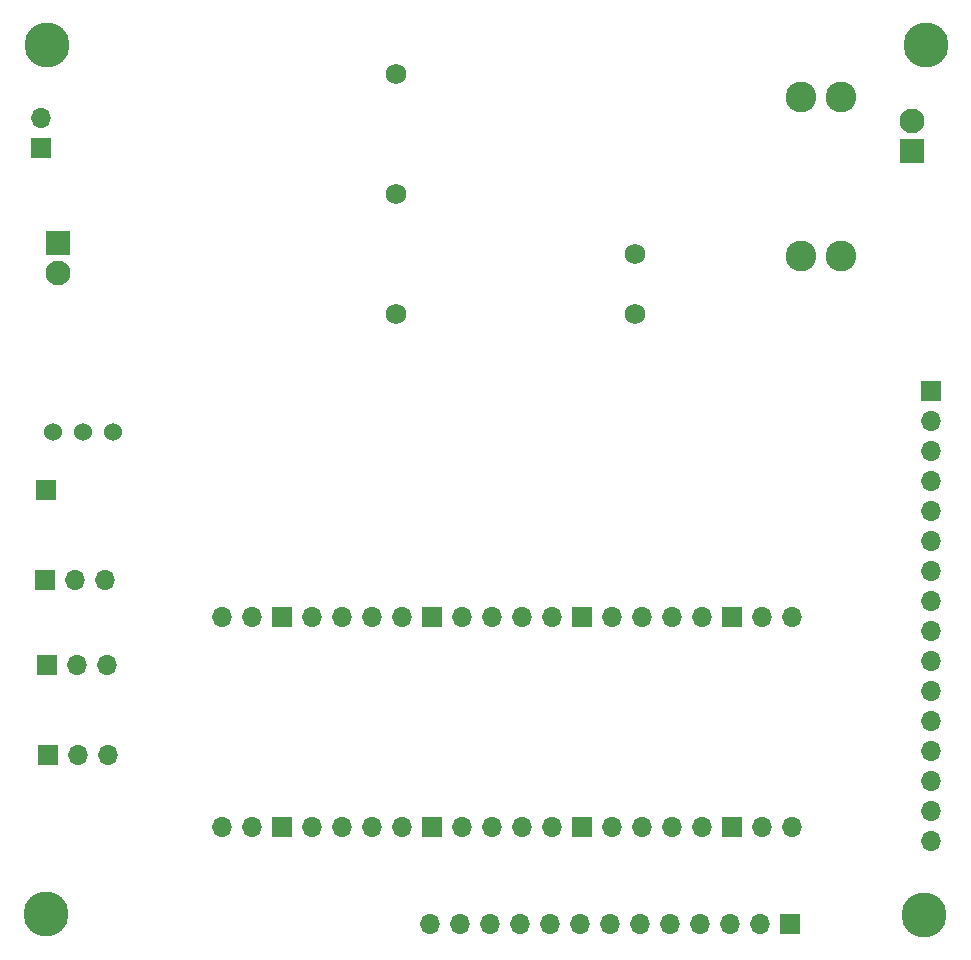
<source format=gbr>
%TF.GenerationSoftware,KiCad,Pcbnew,(7.0.0)*%
%TF.CreationDate,2023-11-14T13:40:17+01:00*%
%TF.ProjectId,PCB-light-challenge,5043422d-6c69-4676-9874-2d6368616c6c,rev?*%
%TF.SameCoordinates,Original*%
%TF.FileFunction,Soldermask,Bot*%
%TF.FilePolarity,Negative*%
%FSLAX46Y46*%
G04 Gerber Fmt 4.6, Leading zero omitted, Abs format (unit mm)*
G04 Created by KiCad (PCBNEW (7.0.0)) date 2023-11-14 13:40:17*
%MOMM*%
%LPD*%
G01*
G04 APERTURE LIST*
%ADD10C,1.524000*%
%ADD11C,3.800000*%
%ADD12R,2.100000X2.100000*%
%ADD13C,2.100000*%
%ADD14C,2.604000*%
%ADD15R,1.700000X1.700000*%
%ADD16C,1.750000*%
%ADD17O,1.700000X1.700000*%
G04 APERTURE END LIST*
D10*
%TO.C,U4*%
X175750000Y-108560000D03*
X178290000Y-108560000D03*
X180830000Y-108560000D03*
%TD*%
D11*
%TO.C,H1*%
X175240000Y-75830000D03*
%TD*%
D12*
%TO.C,230VAC1*%
X248499999Y-84839999D03*
D13*
X248500000Y-82300000D03*
%TD*%
D14*
%TO.C,F1*%
X239090000Y-93665000D03*
X242490000Y-93665000D03*
X239090000Y-80195000D03*
X242490000Y-80195000D03*
%TD*%
D15*
%TO.C,3V3*%
X175149999Y-113479999D03*
%TD*%
D11*
%TO.C,H3*%
X249670000Y-75840000D03*
%TD*%
D16*
%TO.C,PS1*%
X225060000Y-98640000D03*
X225060000Y-93560000D03*
X204760000Y-78320000D03*
X204760000Y-88480000D03*
X204760000Y-98640000D03*
%TD*%
D12*
%TO.C,Batterij1*%
X176199999Y-92589999D03*
D13*
X176200000Y-95130000D03*
%TD*%
D15*
%TO.C,PIR_sens1*%
X175209999Y-128319999D03*
D17*
X177749999Y-128319999D03*
X180289999Y-128319999D03*
%TD*%
D15*
%TO.C,J1*%
X250069999Y-105129999D03*
D17*
X250069999Y-107669999D03*
X250069999Y-110209999D03*
X250069999Y-112749999D03*
X250069999Y-115289999D03*
X250069999Y-117829999D03*
X250069999Y-120369999D03*
X250069999Y-122909999D03*
X250069999Y-125449999D03*
X250069999Y-127989999D03*
X250069999Y-130529999D03*
X250069999Y-133069999D03*
X250069999Y-135609999D03*
X250069999Y-138149999D03*
X250069999Y-140689999D03*
X250069999Y-143229999D03*
%TD*%
D11*
%TO.C,H4*%
X175120000Y-149420000D03*
%TD*%
D15*
%TO.C,J3*%
X238179999Y-150219999D03*
D17*
X235639999Y-150219999D03*
X233099999Y-150219999D03*
X230559999Y-150219999D03*
X228019999Y-150219999D03*
X225479999Y-150219999D03*
X222939999Y-150219999D03*
X220399999Y-150219999D03*
X217859999Y-150219999D03*
X215319999Y-150219999D03*
X212779999Y-150219999D03*
X210239999Y-150219999D03*
X207699999Y-150219999D03*
%TD*%
D11*
%TO.C,H2*%
X249530000Y-149460000D03*
%TD*%
D17*
%TO.C,U-PICO1*%
X190079999Y-142049999D03*
X192619999Y-142049999D03*
D15*
X195159999Y-142049999D03*
D17*
X197699999Y-142049999D03*
X200239999Y-142049999D03*
X202779999Y-142049999D03*
X205319999Y-142049999D03*
D15*
X207859999Y-142049999D03*
D17*
X210399999Y-142049999D03*
X212939999Y-142049999D03*
X215479999Y-142049999D03*
X218019999Y-142049999D03*
D15*
X220559999Y-142049999D03*
D17*
X223099999Y-142049999D03*
X225639999Y-142049999D03*
X228179999Y-142049999D03*
X230719999Y-142049999D03*
D15*
X233259999Y-142049999D03*
D17*
X235799999Y-142049999D03*
X238339999Y-142049999D03*
X238339999Y-124269999D03*
X235799999Y-124269999D03*
D15*
X233259999Y-124269999D03*
D17*
X230719999Y-124269999D03*
X228179999Y-124269999D03*
X225639999Y-124269999D03*
X223099999Y-124269999D03*
D15*
X220559999Y-124269999D03*
D17*
X218019999Y-124269999D03*
X215479999Y-124269999D03*
X212939999Y-124269999D03*
X210399999Y-124269999D03*
D15*
X207859999Y-124269999D03*
D17*
X205319999Y-124269999D03*
X202779999Y-124269999D03*
X200239999Y-124269999D03*
X197699999Y-124269999D03*
D15*
X195159999Y-124269999D03*
D17*
X192619999Y-124269999D03*
X190079999Y-124269999D03*
%TD*%
D15*
%TO.C,5V1*%
X174719999Y-84549999D03*
D17*
X174719999Y-82009999D03*
%TD*%
D15*
%TO.C,Shock_sens1*%
X175359999Y-135929999D03*
D17*
X177899999Y-135929999D03*
X180439999Y-135929999D03*
%TD*%
D15*
%TO.C,PIR_sens2*%
X175099999Y-121109999D03*
D17*
X177639999Y-121109999D03*
X180179999Y-121109999D03*
%TD*%
M02*

</source>
